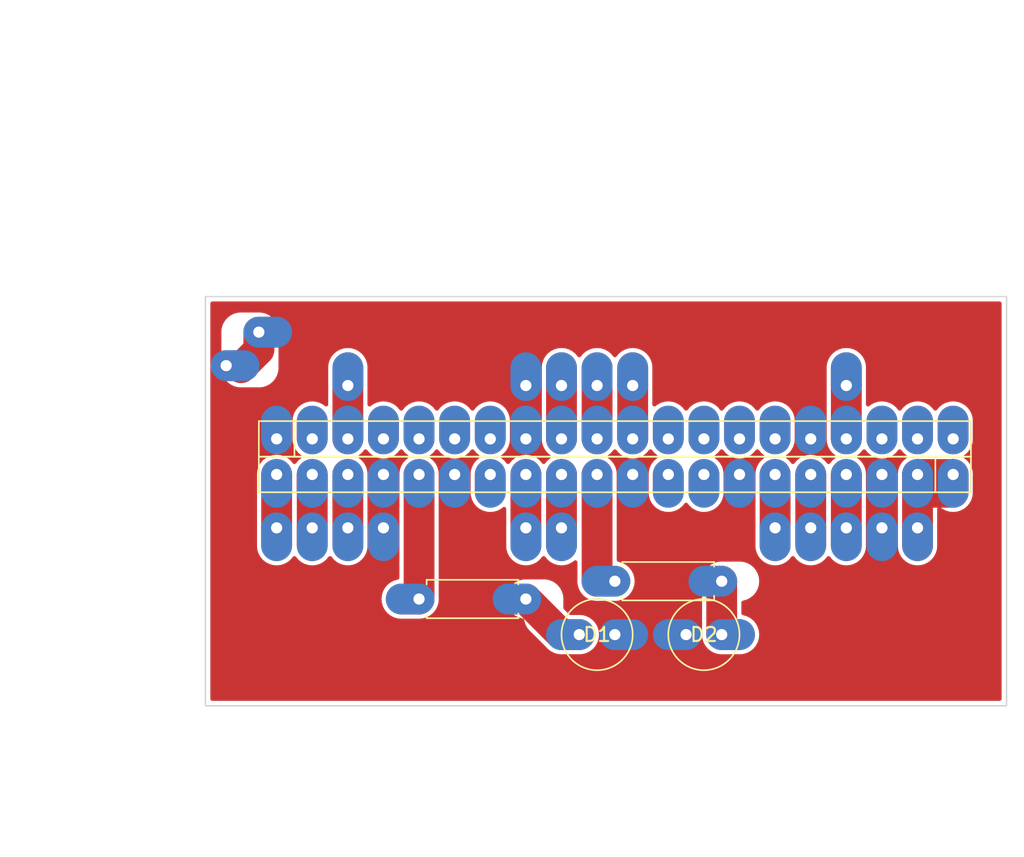
<source format=kicad_pcb>
(kicad_pcb (version 20171130) (host pcbnew "(5.1.6)-1")

  (general
    (thickness 1.6)
    (drawings 11)
    (tracks 25)
    (zones 0)
    (modules 25)
    (nets 36)
  )

  (page A4)
  (layers
    (0 F.Cu signal)
    (31 B.Cu signal)
    (32 B.Adhes user)
    (33 F.Adhes user)
    (34 B.Paste user)
    (35 F.Paste user)
    (36 B.SilkS user)
    (37 F.SilkS user)
    (38 B.Mask user hide)
    (39 F.Mask user)
    (40 Dwgs.User user)
    (41 Cmts.User user)
    (42 Eco1.User user)
    (43 Eco2.User user)
    (44 Edge.Cuts user)
    (45 Margin user)
    (46 B.CrtYd user)
    (47 F.CrtYd user)
    (48 B.Fab user)
    (49 F.Fab user)
  )

  (setup
    (last_trace_width 2.2)
    (user_trace_width 0.3)
    (user_trace_width 1)
    (user_trace_width 1.1)
    (user_trace_width 1.27)
    (user_trace_width 1.5)
    (user_trace_width 2.2)
    (trace_clearance 0.2)
    (zone_clearance 0.3)
    (zone_45_only no)
    (trace_min 0.2)
    (via_size 0.8)
    (via_drill 0.4)
    (via_min_size 0.4)
    (via_min_drill 0.3)
    (user_via 2.2 0.8)
    (uvia_size 0.3)
    (uvia_drill 0.1)
    (uvias_allowed no)
    (uvia_min_size 0.2)
    (uvia_min_drill 0.1)
    (edge_width 0.1)
    (segment_width 0.2)
    (pcb_text_width 0.3)
    (pcb_text_size 1.5 1.5)
    (mod_edge_width 0.15)
    (mod_text_size 1 1)
    (mod_text_width 0.15)
    (pad_size 3.47 2.2)
    (pad_drill 0.8)
    (pad_to_mask_clearance 0)
    (aux_axis_origin 0 0)
    (visible_elements FFFFFF7F)
    (pcbplotparams
      (layerselection 0x010fc_ffffffff)
      (usegerberextensions false)
      (usegerberattributes true)
      (usegerberadvancedattributes true)
      (creategerberjobfile true)
      (excludeedgelayer true)
      (linewidth 0.100000)
      (plotframeref false)
      (viasonmask false)
      (mode 1)
      (useauxorigin false)
      (hpglpennumber 1)
      (hpglpenspeed 20)
      (hpglpendiameter 15.000000)
      (psnegative false)
      (psa4output false)
      (plotreference true)
      (plotvalue true)
      (plotinvisibletext false)
      (padsonsilk false)
      (subtractmaskfromsilk false)
      (outputformat 1)
      (mirror false)
      (drillshape 1)
      (scaleselection 1)
      (outputdirectory ""))
  )

  (net 0 "")
  (net 1 RPI_I2S_TX_ACTIVE)
  (net 2 RPI_I2S_RX_ACTIVE)
  (net 3 GND)
  (net 4 RPI_RX)
  (net 5 RPI_TX)
  (net 6 RPI_RUN)
  (net 7 RPI_READY)
  (net 8 I2S_BCLK)
  (net 9 I2S_FCLK)
  (net 10 I2S_TX)
  (net 11 I2S_RX)
  (net 12 RPI_5V)
  (net 13 RPI_LED_CS)
  (net 14 RPI_TOUCH_CS)
  (net 15 RPI_CD)
  (net 16 RPI_MOSI)
  (net 17 RPI_MISO)
  (net 18 RPI_SCLK)
  (net 19 "Net-(J13-Pad2)")
  (net 20 "Net-(J13-Pad4)")
  (net 21 "Net-(J13-Pad5)")
  (net 22 "Net-(J13-Pad6)")
  (net 23 "Net-(J13-Pad7)")
  (net 24 "Net-(J13-Pad12)")
  (net 25 "Net-(J13-Pad13)")
  (net 26 "Net-(J13-Pad14)")
  (net 27 "Net-(J13-Pad15)")
  (net 28 "Net-(J13-Pad18)")
  (net 29 "Net-(J13-Pad19)")
  (net 30 "Net-(J13-Pad20)")
  (net 31 "Net-(J14-Pad14)")
  (net 32 "Net-(J14-Pad9)")
  (net 33 "Net-(J14-Pad8)")
  (net 34 "Net-(D1-Pad2)")
  (net 35 "Net-(D2-Pad2)")

  (net_class Default "This is the default net class."
    (clearance 0.2)
    (trace_width 0.25)
    (via_dia 0.8)
    (via_drill 0.4)
    (uvia_dia 0.3)
    (uvia_drill 0.1)
    (add_net GND)
    (add_net I2S_BCLK)
    (add_net I2S_FCLK)
    (add_net I2S_RX)
    (add_net I2S_TX)
    (add_net "Net-(D1-Pad2)")
    (add_net "Net-(D2-Pad2)")
    (add_net "Net-(J13-Pad12)")
    (add_net "Net-(J13-Pad13)")
    (add_net "Net-(J13-Pad14)")
    (add_net "Net-(J13-Pad15)")
    (add_net "Net-(J13-Pad18)")
    (add_net "Net-(J13-Pad19)")
    (add_net "Net-(J13-Pad2)")
    (add_net "Net-(J13-Pad20)")
    (add_net "Net-(J13-Pad4)")
    (add_net "Net-(J13-Pad5)")
    (add_net "Net-(J13-Pad6)")
    (add_net "Net-(J13-Pad7)")
    (add_net "Net-(J14-Pad14)")
    (add_net "Net-(J14-Pad8)")
    (add_net "Net-(J14-Pad9)")
    (add_net RPI_5V)
    (add_net RPI_CD)
    (add_net RPI_I2S_RX_ACTIVE)
    (add_net RPI_I2S_TX_ACTIVE)
    (add_net RPI_LED_CS)
    (add_net RPI_MISO)
    (add_net RPI_MOSI)
    (add_net RPI_READY)
    (add_net RPI_RUN)
    (add_net RPI_RX)
    (add_net RPI_SCLK)
    (add_net RPI_TOUCH_CS)
    (add_net RPI_TX)
  )

  (module 0_my_footprints2:Oval1Pin (layer F.Cu) (tedit 663FE1C6) (tstamp 664042AE)
    (at 38.1 41.91 90)
    (fp_text reference REF** (at 0 -1.905 90) (layer F.SilkS) hide
      (effects (font (size 1 1) (thickness 0.15)))
    )
    (fp_text value i_FCLK (at 12.7 0 90) (layer Margin)
      (effects (font (size 1 1) (thickness 0.15)) (justify right))
    )
    (pad 1 thru_hole oval (at 0 0) (size 2.2 3.47) (drill 0.8 (offset 0 -0.635)) (layers *.Cu *.Mask)
      (net 9 I2S_FCLK))
  )

  (module 0_my_footprints2:Oval1Pin (layer F.Cu) (tedit 663FDC8D) (tstamp 664042AE)
    (at 40.64 52.07 270)
    (fp_text reference REF** (at 0 -1.905 90) (layer F.SilkS) hide
      (effects (font (size 1 1) (thickness 0.15)))
    )
    (fp_text value i_GND (at 13.97 0 90) (layer Margin)
      (effects (font (size 1 1) (thickness 0.15)) (justify right))
    )
    (pad 1 thru_hole oval (at 0 0 180) (size 2.2 3.47) (drill 0.8 (offset 0 -0.635)) (layers *.Cu *.Mask)
      (net 3 GND))
  )

  (module 0_my_footprints2:Oval1Pin (layer F.Cu) (tedit 663FDC22) (tstamp 66404277)
    (at 73.66 41.91 90)
    (fp_text reference REF** (at 0 -1.905 90) (layer F.SilkS) hide
      (effects (font (size 1 1) (thickness 0.15)))
    )
    (fp_text value d_CD (at 7.62 0 90) (layer Eco2.User)
      (effects (font (size 1 1) (thickness 0.15)) (justify left))
    )
    (pad 1 thru_hole oval (at 0 0) (size 2.2 3.47) (drill 0.8 (offset 0 -0.635)) (layers *.Cu *.Mask)
      (net 15 RPI_CD))
  )

  (module 0_my_footprints2:Oval1Pin (layer F.Cu) (tedit 663FDB25) (tstamp 66404099)
    (at 50.8 41.91 90)
    (fp_text reference REF** (at 0 -1.905 90) (layer F.SilkS) hide
      (effects (font (size 1 1) (thickness 0.15)))
    )
    (fp_text value d_GND (at 7.62 0 90) (layer Eco2.User)
      (effects (font (size 1 1) (thickness 0.15)) (justify left))
    )
    (pad 1 thru_hole oval (at 0 0) (size 2.2 3.47) (drill 0.8 (offset 0 -0.635)) (layers *.Cu *.Mask)
      (net 3 GND))
  )

  (module 0_my_footprints2:Oval1Pin (layer F.Cu) (tedit 663FDAF7) (tstamp 66404099)
    (at 76.2 52.07 270)
    (fp_text reference REF** (at 0 -1.905 90) (layer F.SilkS) hide
      (effects (font (size 1 1) (thickness 0.15)))
    )
    (fp_text value c_GND (at 13.97 0 90) (layer Eco1.User)
      (effects (font (size 1 1) (thickness 0.15)) (justify right))
    )
    (pad 1 thru_hole oval (at 0 0 180) (size 2.2 3.47) (drill 0.8 (offset 0 -0.635)) (layers *.Cu *.Mask)
      (net 3 GND))
  )

  (module 0_my_footprints2:Oval1Pin (layer F.Cu) (tedit 663FD6B9) (tstamp 66404099)
    (at 68.58 52.07 270)
    (fp_text reference REF** (at 0 -1.905 90) (layer F.SilkS) hide
      (effects (font (size 1 1) (thickness 0.15)))
    )
    (fp_text value i_BCLK (at 13.97 0 90) (layer Margin)
      (effects (font (size 1 1) (thickness 0.15)) (justify right))
    )
    (pad 1 thru_hole oval (at 0 0 180) (size 2.2 3.47) (drill 0.8 (offset 0 -0.635)) (layers *.Cu *.Mask)
      (net 8 I2S_BCLK))
  )

  (module 0_my_footprints2:Oval1Pin (layer F.Cu) (tedit 663FDB92) (tstamp 66404099)
    (at 53.34 41.91 90)
    (fp_text reference REF** (at 0 -1.905 90) (layer F.SilkS) hide
      (effects (font (size 1 1) (thickness 0.15)))
    )
    (fp_text value d_SCLK (at 7.62 0 90) (layer Eco2.User)
      (effects (font (size 1 1) (thickness 0.15)) (justify left))
    )
    (pad 1 thru_hole oval (at 0 0) (size 2.2 3.47) (drill 0.8 (offset 0 -0.635)) (layers *.Cu *.Mask)
      (net 18 RPI_SCLK))
  )

  (module 0_my_footprints2:Oval1Pin (layer F.Cu) (tedit 663FDBEE) (tstamp 66404099)
    (at 58.42 41.91 90)
    (fp_text reference REF** (at 0 -1.905 90) (layer F.SilkS) hide
      (effects (font (size 1 1) (thickness 0.15)))
    )
    (fp_text value d_MOSI (at 7.62 0 90) (layer Eco2.User)
      (effects (font (size 1 1) (thickness 0.15)) (justify left))
    )
    (pad 1 thru_hole oval (at 0 0) (size 2.2 3.47) (drill 0.8 (offset 0 -0.635)) (layers *.Cu *.Mask)
      (net 16 RPI_MOSI))
  )

  (module 0_my_footprints2:Oval1Pin (layer F.Cu) (tedit 663FDBE3) (tstamp 66404099)
    (at 55.88 41.91 90)
    (fp_text reference REF** (at 0 -1.905 90) (layer F.SilkS) hide
      (effects (font (size 1 1) (thickness 0.15)))
    )
    (fp_text value d_MISO (at 7.62 0 90) (layer Eco2.User)
      (effects (font (size 1 1) (thickness 0.15)) (justify left))
    )
    (pad 1 thru_hole oval (at 0 0) (size 2.2 3.47) (drill 0.8 (offset 0 -0.635)) (layers *.Cu *.Mask)
      (net 17 RPI_MISO))
  )

  (module 0_my_footprints2:Oval1Pin (layer F.Cu) (tedit 663FD643) (tstamp 66404099)
    (at 31.75 38.1)
    (fp_text reference REF** (at 0 -1.905) (layer F.SilkS) hide
      (effects (font (size 1 1) (thickness 0.15)))
    )
    (fp_text value c_RUN (at 0 -6.35 90) (layer Eco1.User)
      (effects (font (size 1 1) (thickness 0.15)))
    )
    (pad 1 thru_hole oval (at 0 0 270) (size 2.2 3.47) (drill 0.8 (offset 0 -0.635)) (layers *.Cu *.Mask)
      (net 6 RPI_RUN))
  )

  (module 0_my_footprints2:Oval1Pin (layer F.Cu) (tedit 663FD5CC) (tstamp 66404099)
    (at 78.74 52.07 270)
    (fp_text reference REF** (at 0 -1.905 90) (layer F.SilkS) hide
      (effects (font (size 1 1) (thickness 0.15)))
    )
    (fp_text value d_5V (at 13.97 0 90) (layer Eco2.User)
      (effects (font (size 1 1) (thickness 0.15)) (justify right))
    )
    (pad 1 thru_hole oval (at 0 0 180) (size 2.2 3.47) (drill 0.8 (offset 0 -0.635)) (layers *.Cu *.Mask)
      (net 12 RPI_5V))
  )

  (module 0_my_footprints2:Oval1Pin (layer F.Cu) (tedit 663FD594) (tstamp 66404099)
    (at 73.66 52.07 270)
    (fp_text reference REF** (at 0 -1.905 90) (layer F.SilkS) hide
      (effects (font (size 1 1) (thickness 0.15)))
    )
    (fp_text value c_TX (at 13.97 0 90) (layer Eco1.User)
      (effects (font (size 1 1) (thickness 0.15)) (justify right))
    )
    (pad 1 thru_hole oval (at 0 0 180) (size 2.2 3.47) (drill 0.8 (offset 0 -0.635)) (layers *.Cu *.Mask)
      (net 5 RPI_TX))
  )

  (module 0_my_footprints2:Oval1Pin (layer F.Cu) (tedit 663FD564) (tstamp 66404071)
    (at 71.12 52.07 270)
    (fp_text reference REF** (at 0 -1.905 90) (layer F.SilkS) hide
      (effects (font (size 1 1) (thickness 0.15)))
    )
    (fp_text value c_RX (at 13.97 0 90) (layer Eco1.User)
      (effects (font (size 1 1) (thickness 0.15)) (justify right))
    )
    (pad 1 thru_hole oval (at 0 0 180) (size 2.2 3.47) (drill 0.8 (offset 0 -0.635)) (layers *.Cu *.Mask)
      (net 4 RPI_RX))
  )

  (module 0_my_footprints2:Oval1Pin (layer F.Cu) (tedit 663FD5EC) (tstamp 66404042)
    (at 53.34 52.07 270)
    (fp_text reference REF** (at 0 -1.905 90) (layer F.SilkS) hide
      (effects (font (size 1 1) (thickness 0.15)))
    )
    (fp_text value d_LED_CS (at 13.97 0 90) (layer Eco2.User)
      (effects (font (size 1 1) (thickness 0.15)) (justify right))
    )
    (pad 1 thru_hole oval (at 0 0 180) (size 2.2 3.47) (drill 0.8 (offset 0 -0.635)) (layers *.Cu *.Mask)
      (net 13 RPI_LED_CS))
  )

  (module 0_my_footprints2:Oval1Pin (layer F.Cu) (tedit 663FD4A5) (tstamp 66403F79)
    (at 50.8 52.07 270)
    (fp_text reference REF** (at 0 -1.905 90) (layer F.SilkS) hide
      (effects (font (size 1 1) (thickness 0.15)))
    )
    (fp_text value d_TOUCH_CS (at 13.97 0 90) (layer Eco2.User)
      (effects (font (size 1 1) (thickness 0.15)) (justify right))
    )
    (pad 1 thru_hole oval (at 0 0 180) (size 2.2 3.47) (drill 0.8 (offset 0 -0.635)) (layers *.Cu *.Mask)
      (net 14 RPI_TOUCH_CS))
  )

  (module 0_my_footprints2:Oval1Pin (layer F.Cu) (tedit 663FD40A) (tstamp 66403EC2)
    (at 38.1 52.07 270)
    (fp_text reference REF** (at 0 -1.905 90) (layer F.SilkS) hide
      (effects (font (size 1 1) (thickness 0.15)))
    )
    (fp_text value c_READY (at 13.97 0 90) (layer Eco1.User)
      (effects (font (size 1 1) (thickness 0.15)) (justify right))
    )
    (pad 1 thru_hole oval (at 0 0 180) (size 2.2 3.47) (drill 0.8 (offset 0 -0.635)) (layers *.Cu *.Mask)
      (net 7 RPI_READY))
  )

  (module 0_my_footprints2:Oval1Pin (layer F.Cu) (tedit 663FD3D2) (tstamp 66403EC2)
    (at 35.56 52.07 270)
    (fp_text reference REF** (at 0 -1.905 90) (layer F.SilkS) hide
      (effects (font (size 1 1) (thickness 0.15)))
    )
    (fp_text value i_RX (at 13.97 0 90) (layer Margin)
      (effects (font (size 1 1) (thickness 0.15)) (justify right))
    )
    (pad 1 thru_hole oval (at 0 0 180) (size 2.2 3.47) (drill 0.8 (offset 0 -0.635)) (layers *.Cu *.Mask)
      (net 11 I2S_RX))
  )

  (module 0_my_footprints2:Oval1Pin (layer F.Cu) (tedit 663FD39A) (tstamp 66403E8C)
    (at 33.02 52.07 270)
    (fp_text reference REF** (at 0 -1.905 90) (layer F.SilkS) hide
      (effects (font (size 1 1) (thickness 0.15)))
    )
    (fp_text value i_TX (at 13.97 0 90) (layer Margin)
      (effects (font (size 1 1) (thickness 0.15)) (justify right))
    )
    (pad 1 thru_hole oval (at 0 0 180) (size 2.2 3.47) (drill 0.8 (offset 0 -0.635)) (layers *.Cu *.Mask)
      (net 10 I2S_TX))
  )

  (module 0_my_footprints2:led_yellow (layer F.Cu) (tedit 663A8198) (tstamp 663FE6B0)
    (at 57.15 59.69 180)
    (descr "led with bigger pads")
    (path /6647603F)
    (fp_text reference D1 (at 1.27 0) (layer F.SilkS)
      (effects (font (size 1 1) (thickness 0.15)))
    )
    (fp_text value yellow (at 1.27 -1.27) (layer F.Fab)
      (effects (font (size 1 1) (thickness 0.15)))
    )
    (fp_circle (center 1.27 0) (end 1.27 -2.54) (layer F.SilkS) (width 0.12))
    (pad 2 thru_hole oval (at 2.54 0 180) (size 3.47 2.2) (drill 0.8 (offset 0.635 0)) (layers *.Cu *.Mask)
      (net 34 "Net-(D1-Pad2)"))
    (pad 1 thru_hole oval (at 0 0 180) (size 3.47 2.2) (drill 0.8 (offset -0.635 0)) (layers *.Cu *.Mask)
      (net 3 GND))
    (model C:/src/kiCad/libraries/my_3d_files/led_yellow.step
      (at (xyz 0 0 0))
      (scale (xyz 1 1 1))
      (rotate (xyz 0 0 0))
    )
  )

  (module 0_my_footprints2:led_yellow (layer F.Cu) (tedit 663A8198) (tstamp 663FE6B7)
    (at 62.23 59.69)
    (descr "led with bigger pads")
    (path /66485268)
    (fp_text reference D2 (at 1.27 0) (layer F.SilkS)
      (effects (font (size 1 1) (thickness 0.15)))
    )
    (fp_text value yellow (at 1.27 2.54) (layer F.Fab)
      (effects (font (size 1 1) (thickness 0.15)))
    )
    (fp_circle (center 1.27 0) (end 1.27 -2.54) (layer F.SilkS) (width 0.12))
    (pad 1 thru_hole oval (at 0 0) (size 3.47 2.2) (drill 0.8 (offset -0.635 0)) (layers *.Cu *.Mask)
      (net 3 GND))
    (pad 2 thru_hole oval (at 2.54 0) (size 3.47 2.2) (drill 0.8 (offset 0.635 0)) (layers *.Cu *.Mask)
      (net 35 "Net-(D2-Pad2)"))
    (model C:/src/kiCad/libraries/my_3d_files/led_yellow.step
      (at (xyz 0 0 0))
      (scale (xyz 1 1 1))
      (rotate (xyz 0 0 0))
    )
  )

  (module 0_my_footprints2:Oval1Pin (layer F.Cu) (tedit 663655BA) (tstamp 663FE710)
    (at 29.42 40.49)
    (path /66503904)
    (fp_text reference J12 (at 0 -1.905) (layer F.SilkS) hide
      (effects (font (size 1 1) (thickness 0.15)))
    )
    (fp_text value RPI_RUN (at -7.62 0) (layer F.Fab)
      (effects (font (size 1 1) (thickness 0.15)))
    )
    (pad 1 thru_hole oval (at 0 0 270) (size 2.2 3.47) (drill 0.8 (offset 0 -0.635)) (layers *.Cu *.Mask)
      (net 6 RPI_RUN))
  )

  (module 0_my_footprints2:resistor (layer F.Cu) (tedit 663FEAC0) (tstamp 663FE761)
    (at 50.8 57.15 180)
    (descr "resistor with bigger pads")
    (path /66478725)
    (fp_text reference R1 (at 3.81 -2.37) (layer F.SilkS) hide
      (effects (font (size 1 1) (thickness 0.15)))
    )
    (fp_text value 220 (at 3.81 0) (layer F.Fab)
      (effects (font (size 1 1) (thickness 0.15)))
    )
    (fp_text user %R (at 3.81 0) (layer F.Fab) hide
      (effects (font (size 1 1) (thickness 0.15)))
    )
    (fp_line (start 8.67 -1.5) (end -1.05 -1.5) (layer F.CrtYd) (width 0.05))
    (fp_line (start 8.67 1.5) (end 8.67 -1.5) (layer F.CrtYd) (width 0.05))
    (fp_line (start -1.05 1.5) (end 8.67 1.5) (layer F.CrtYd) (width 0.05))
    (fp_line (start -1.05 -1.5) (end -1.05 1.5) (layer F.CrtYd) (width 0.05))
    (fp_line (start 7.08 1.37) (end 7.08 1.04) (layer F.SilkS) (width 0.12))
    (fp_line (start 0.54 1.37) (end 7.08 1.37) (layer F.SilkS) (width 0.12))
    (fp_line (start 0.54 1.04) (end 0.54 1.37) (layer F.SilkS) (width 0.12))
    (fp_line (start 7.08 -1.37) (end 7.08 -1.04) (layer F.SilkS) (width 0.12))
    (fp_line (start 0.54 -1.37) (end 7.08 -1.37) (layer F.SilkS) (width 0.12))
    (fp_line (start 0.54 -1.04) (end 0.54 -1.37) (layer F.SilkS) (width 0.12))
    (fp_line (start 7.62 0) (end 6.96 0) (layer F.Fab) (width 0.1))
    (fp_line (start 0 0) (end 0.66 0) (layer F.Fab) (width 0.1))
    (fp_line (start 6.96 -1.25) (end 0.66 -1.25) (layer F.Fab) (width 0.1))
    (fp_line (start 6.96 1.25) (end 6.96 -1.25) (layer F.Fab) (width 0.1))
    (fp_line (start 0.66 1.25) (end 6.96 1.25) (layer F.Fab) (width 0.1))
    (fp_line (start 0.66 -1.25) (end 0.66 1.25) (layer F.Fab) (width 0.1))
    (pad 2 thru_hole oval (at 7.62 0 180) (size 3.47 2.2) (drill 0.8 (offset 0.635 0)) (layers *.Cu *.Mask)
      (net 1 RPI_I2S_TX_ACTIVE))
    (pad 1 thru_hole oval (at 0 0 180) (size 3.47 2.2) (drill 0.8 (offset 0.635 0)) (layers *.Cu *.Mask)
      (net 34 "Net-(D1-Pad2)"))
    (model ${KISYS3DMOD}/Resistor_THT.3dshapes/R_Axial_DIN0207_L6.3mm_D2.5mm_P7.62mm_Horizontal.wrl
      (at (xyz 0 0 0))
      (scale (xyz 1 1 1))
      (rotate (xyz 0 0 0))
    )
  )

  (module 0_my_footprints2:resistor (layer F.Cu) (tedit 663FEAA0) (tstamp 663FE778)
    (at 64.77 55.88 180)
    (descr "resistor with bigger pads")
    (path /6648526E)
    (fp_text reference R2 (at 3.81 -2.37) (layer F.SilkS) hide
      (effects (font (size 1 1) (thickness 0.15)))
    )
    (fp_text value 220 (at 3.81 0) (layer F.Fab)
      (effects (font (size 1 1) (thickness 0.15)))
    )
    (fp_line (start 0.66 -1.25) (end 0.66 1.25) (layer F.Fab) (width 0.1))
    (fp_line (start 0.66 1.25) (end 6.96 1.25) (layer F.Fab) (width 0.1))
    (fp_line (start 6.96 1.25) (end 6.96 -1.25) (layer F.Fab) (width 0.1))
    (fp_line (start 6.96 -1.25) (end 0.66 -1.25) (layer F.Fab) (width 0.1))
    (fp_line (start 0 0) (end 0.66 0) (layer F.Fab) (width 0.1))
    (fp_line (start 7.62 0) (end 6.96 0) (layer F.Fab) (width 0.1))
    (fp_line (start 0.54 -1.04) (end 0.54 -1.37) (layer F.SilkS) (width 0.12))
    (fp_line (start 0.54 -1.37) (end 7.08 -1.37) (layer F.SilkS) (width 0.12))
    (fp_line (start 7.08 -1.37) (end 7.08 -1.04) (layer F.SilkS) (width 0.12))
    (fp_line (start 0.54 1.04) (end 0.54 1.37) (layer F.SilkS) (width 0.12))
    (fp_line (start 0.54 1.37) (end 7.08 1.37) (layer F.SilkS) (width 0.12))
    (fp_line (start 7.08 1.37) (end 7.08 1.04) (layer F.SilkS) (width 0.12))
    (fp_line (start -1.05 -1.5) (end -1.05 1.5) (layer F.CrtYd) (width 0.05))
    (fp_line (start -1.05 1.5) (end 8.67 1.5) (layer F.CrtYd) (width 0.05))
    (fp_line (start 8.67 1.5) (end 8.67 -1.5) (layer F.CrtYd) (width 0.05))
    (fp_line (start 8.67 -1.5) (end -1.05 -1.5) (layer F.CrtYd) (width 0.05))
    (fp_text user %R (at 3.81 0) (layer F.Fab) hide
      (effects (font (size 1 1) (thickness 0.15)))
    )
    (pad 1 thru_hole oval (at 0 0 180) (size 3.47 2.2) (drill 0.8 (offset 0.635 0)) (layers *.Cu *.Mask)
      (net 35 "Net-(D2-Pad2)"))
    (pad 2 thru_hole oval (at 7.62 0 180) (size 3.47 2.2) (drill 0.8 (offset 0.635 0)) (layers *.Cu *.Mask)
      (net 2 RPI_I2S_RX_ACTIVE))
    (model ${KISYS3DMOD}/Resistor_THT.3dshapes/R_Axial_DIN0207_L6.3mm_D2.5mm_P7.62mm_Horizontal.wrl
      (at (xyz 0 0 0))
      (scale (xyz 1 1 1))
      (rotate (xyz 0 0 0))
    )
  )

  (module 0_my_footprints2:pinSocket1x20_bottom (layer F.Cu) (tedit 663FCC15) (tstamp 664039FD)
    (at 33.02 45.72)
    (descr "bottom pinSocket with bigger pads")
    (path /66525118)
    (fp_text reference J13 (at 34.29 -6.35) (layer F.SilkS) hide
      (effects (font (size 1 1) (thickness 0.15)))
    )
    (fp_text value rpiB (at 53.34 0 180) (layer F.Fab) hide
      (effects (font (size 1 1) (thickness 0.15)))
    )
    (fp_line (start 1.27 -1.27) (end 1.27 1.27) (layer F.SilkS) (width 0.12))
    (fp_line (start -1.27 -1.27) (end -1.27 1.27) (layer F.SilkS) (width 0.12))
    (fp_line (start 49.53 -1.27) (end -1.27 -1.27) (layer F.SilkS) (width 0.12))
    (fp_line (start 49.53 1.27) (end 49.53 -1.27) (layer F.SilkS) (width 0.12))
    (fp_line (start -1.27 1.27) (end 49.53 1.27) (layer F.SilkS) (width 0.12))
    (pad 1 thru_hole oval (at 0 0) (size 2.2 3.47) (drill 0.8 (offset 0 -0.635)) (layers *.Cu *.Mask)
      (net 3 GND))
    (pad 2 thru_hole oval (at 2.54 0) (size 2.2 3.47) (drill 0.8 (offset 0 -0.635)) (layers *.Cu *.Mask)
      (net 19 "Net-(J13-Pad2)"))
    (pad 3 thru_hole oval (at 5.08 0) (size 2.2 3.47) (drill 0.8 (offset 0 -0.635)) (layers *.Cu *.Mask)
      (net 9 I2S_FCLK))
    (pad 4 thru_hole oval (at 7.62 0) (size 2.2 3.47) (drill 0.8 (offset 0 -0.635)) (layers *.Cu *.Mask)
      (net 20 "Net-(J13-Pad4)"))
    (pad 5 thru_hole oval (at 10.16 0) (size 2.2 3.47) (drill 0.8 (offset 0 -0.635)) (layers *.Cu *.Mask)
      (net 21 "Net-(J13-Pad5)"))
    (pad 6 thru_hole oval (at 12.7 0) (size 2.2 3.47) (drill 0.8 (offset 0 -0.635)) (layers *.Cu *.Mask)
      (net 22 "Net-(J13-Pad6)"))
    (pad 7 thru_hole oval (at 15.24 0) (size 2.2 3.47) (drill 0.8 (offset 0 -0.635)) (layers *.Cu *.Mask)
      (net 23 "Net-(J13-Pad7)"))
    (pad 8 thru_hole oval (at 17.78 0) (size 2.2 3.47) (drill 0.8 (offset 0 -0.635)) (layers *.Cu *.Mask)
      (net 3 GND))
    (pad 9 thru_hole oval (at 20.32 0) (size 2.2 3.47) (drill 0.8 (offset 0 -0.635)) (layers *.Cu *.Mask)
      (net 18 RPI_SCLK))
    (pad 10 thru_hole oval (at 22.86 0) (size 2.2 3.47) (drill 0.8 (offset 0 -0.635)) (layers *.Cu *.Mask)
      (net 17 RPI_MISO))
    (pad 11 thru_hole oval (at 25.4 0) (size 2.2 3.47) (drill 0.8 (offset 0 -0.635)) (layers *.Cu *.Mask)
      (net 16 RPI_MOSI))
    (pad 12 thru_hole oval (at 27.94 0) (size 2.2 3.47) (drill 0.8 (offset 0 -0.635)) (layers *.Cu *.Mask)
      (net 24 "Net-(J13-Pad12)"))
    (pad 13 thru_hole oval (at 30.48 0) (size 2.2 3.47) (drill 0.8 (offset 0 -0.635)) (layers *.Cu *.Mask)
      (net 25 "Net-(J13-Pad13)"))
    (pad 14 thru_hole oval (at 33.02 0) (size 2.2 3.47) (drill 0.8 (offset 0 -0.635)) (layers *.Cu *.Mask)
      (net 26 "Net-(J13-Pad14)"))
    (pad 15 thru_hole oval (at 35.56 0) (size 2.2 3.47) (drill 0.8 (offset 0 -0.635)) (layers *.Cu *.Mask)
      (net 27 "Net-(J13-Pad15)"))
    (pad 16 thru_hole oval (at 38.1 0) (size 2.2 3.47) (drill 0.8 (offset 0 -0.635)) (layers *.Cu *.Mask)
      (net 3 GND))
    (pad 17 thru_hole oval (at 40.64 0) (size 2.2 3.47) (drill 0.8 (offset 0 -0.635)) (layers *.Cu *.Mask)
      (net 15 RPI_CD))
    (pad 18 thru_hole oval (at 43.18 0) (size 2.2 3.47) (drill 0.8 (offset 0 -0.635)) (layers *.Cu *.Mask)
      (net 28 "Net-(J13-Pad18)"))
    (pad 19 thru_hole oval (at 45.72 0) (size 2.2 3.47) (drill 0.8 (offset 0 -0.635)) (layers *.Cu *.Mask)
      (net 29 "Net-(J13-Pad19)"))
    (pad 20 thru_hole oval (at 48.26 0) (size 2.2 3.47) (drill 0.8 (offset 0 -0.635)) (layers *.Cu *.Mask)
      (net 30 "Net-(J13-Pad20)"))
    (model C:/src/kiCad/libraries/my_3d_files/pinSockets/myPinSocket_1x20.step
      (offset (xyz 0 0 -1.6))
      (scale (xyz 1 1 1))
      (rotate (xyz 0 180 -90))
    )
  )

  (module 0_my_footprints2:pinSocket1x20_bottom (layer F.Cu) (tedit 663FCC15) (tstamp 66403A19)
    (at 81.28 48.26 180)
    (descr "bottom pinSocket with bigger pads")
    (path /66521D2F)
    (fp_text reference J14 (at -5.08 0) (layer F.SilkS) hide
      (effects (font (size 1 1) (thickness 0.15)))
    )
    (fp_text value rpiA (at -5.08 -1.27 180) (layer F.Fab) hide
      (effects (font (size 1 1) (thickness 0.15)))
    )
    (fp_line (start -1.27 1.27) (end 49.53 1.27) (layer F.SilkS) (width 0.12))
    (fp_line (start 49.53 1.27) (end 49.53 -1.27) (layer F.SilkS) (width 0.12))
    (fp_line (start 49.53 -1.27) (end -1.27 -1.27) (layer F.SilkS) (width 0.12))
    (fp_line (start -1.27 -1.27) (end -1.27 1.27) (layer F.SilkS) (width 0.12))
    (fp_line (start 1.27 -1.27) (end 1.27 1.27) (layer F.SilkS) (width 0.12))
    (pad 20 thru_hole oval (at 48.26 0 180) (size 2.2 3.47) (drill 0.8 (offset 0 -0.635)) (layers *.Cu *.Mask)
      (net 10 I2S_TX))
    (pad 19 thru_hole oval (at 45.72 0 180) (size 2.2 3.47) (drill 0.8 (offset 0 -0.635)) (layers *.Cu *.Mask)
      (net 11 I2S_RX))
    (pad 18 thru_hole oval (at 43.18 0 180) (size 2.2 3.47) (drill 0.8 (offset 0 -0.635)) (layers *.Cu *.Mask)
      (net 7 RPI_READY))
    (pad 17 thru_hole oval (at 40.64 0 180) (size 2.2 3.47) (drill 0.8 (offset 0 -0.635)) (layers *.Cu *.Mask)
      (net 3 GND))
    (pad 16 thru_hole oval (at 38.1 0 180) (size 2.2 3.47) (drill 0.8 (offset 0 -0.635)) (layers *.Cu *.Mask)
      (net 1 RPI_I2S_TX_ACTIVE))
    (pad 15 thru_hole oval (at 35.56 0 180) (size 2.2 3.47) (drill 0.8 (offset 0 -0.635)) (layers *.Cu *.Mask)
      (net 3 GND))
    (pad 14 thru_hole oval (at 33.02 0 180) (size 2.2 3.47) (drill 0.8 (offset 0 -0.635)) (layers *.Cu *.Mask)
      (net 31 "Net-(J14-Pad14)"))
    (pad 13 thru_hole oval (at 30.48 0 180) (size 2.2 3.47) (drill 0.8 (offset 0 -0.635)) (layers *.Cu *.Mask)
      (net 14 RPI_TOUCH_CS))
    (pad 12 thru_hole oval (at 27.94 0 180) (size 2.2 3.47) (drill 0.8 (offset 0 -0.635)) (layers *.Cu *.Mask)
      (net 13 RPI_LED_CS))
    (pad 11 thru_hole oval (at 25.4 0 180) (size 2.2 3.47) (drill 0.8 (offset 0 -0.635)) (layers *.Cu *.Mask)
      (net 2 RPI_I2S_RX_ACTIVE))
    (pad 10 thru_hole oval (at 22.86 0 180) (size 2.2 3.47) (drill 0.8 (offset 0 -0.635)) (layers *.Cu *.Mask)
      (net 3 GND))
    (pad 9 thru_hole oval (at 20.32 0 180) (size 2.2 3.47) (drill 0.8 (offset 0 -0.635)) (layers *.Cu *.Mask)
      (net 32 "Net-(J14-Pad9)"))
    (pad 8 thru_hole oval (at 17.78 0 180) (size 2.2 3.47) (drill 0.8 (offset 0 -0.635)) (layers *.Cu *.Mask)
      (net 33 "Net-(J14-Pad8)"))
    (pad 7 thru_hole oval (at 15.24 0 180) (size 2.2 3.47) (drill 0.8 (offset 0 -0.635)) (layers *.Cu *.Mask)
      (net 3 GND))
    (pad 6 thru_hole oval (at 12.7 0 180) (size 2.2 3.47) (drill 0.8 (offset 0 -0.635)) (layers *.Cu *.Mask)
      (net 8 I2S_BCLK))
    (pad 5 thru_hole oval (at 10.16 0 180) (size 2.2 3.47) (drill 0.8 (offset 0 -0.635)) (layers *.Cu *.Mask)
      (net 4 RPI_RX))
    (pad 4 thru_hole oval (at 7.62 0 180) (size 2.2 3.47) (drill 0.8 (offset 0 -0.635)) (layers *.Cu *.Mask)
      (net 5 RPI_TX))
    (pad 3 thru_hole oval (at 5.08 0 180) (size 2.2 3.47) (drill 0.8 (offset 0 -0.635)) (layers *.Cu *.Mask)
      (net 3 GND))
    (pad 2 thru_hole oval (at 2.54 0 180) (size 2.2 3.47) (drill 0.8 (offset 0 -0.635)) (layers *.Cu *.Mask)
      (net 12 RPI_5V))
    (pad 1 thru_hole oval (at 0 0 180) (size 2.2 3.47) (drill 0.8 (offset 0 -0.635)) (layers *.Cu *.Mask)
      (net 12 RPI_5V))
    (model C:/src/kiCad/libraries/my_3d_files/pinSockets/myPinSocket_1x20.step
      (offset (xyz 0 0 -1.6))
      (scale (xyz 1 1 1))
      (rotate (xyz 0 180 -90))
    )
  )

  (gr_line (start 28.15 40.49) (end 29.42 40.49) (layer Cmts.User) (width 0.15))
  (gr_line (start 28.15 46.99) (end 28.15 40.49) (layer Cmts.User) (width 0.15))
  (gr_line (start 57.15 46.99) (end 28.15 46.99) (layer Cmts.User) (width 0.15))
  (gr_text "The run pin is X.XX mm above the ground pin, and X.XX mm to the right." (at 41.91 24.13) (layer Dwgs.User)
    (effects (font (size 1 1) (thickness 0.15)))
  )
  (gr_text "In X direction, the run pin is the 1.27mm from hole center, towards the header" (at 46.99 20.32) (layer Dwgs.User)
    (effects (font (size 1 1) (thickness 0.15)))
  )
  (gr_text "It is 56-47-3.5 mm from the center to the center of the run pin in Y direction" (at 46.99 17.78) (layer Dwgs.User)
    (effects (font (size 1 1) (thickness 0.15)))
  )
  (gr_text "The header is centered between the holes which are 58mm apart 3.5mm from the edge." (at 49.53 15.24) (layer Dwgs.User)
    (effects (font (size 1 1) (thickness 0.15)))
  )
  (gr_line (start 27.94 35.56) (end 85.09 35.56) (layer Edge.Cuts) (width 0.1) (tstamp 664042D1))
  (gr_line (start 27.94 64.77) (end 27.94 35.56) (layer Edge.Cuts) (width 0.1))
  (gr_line (start 85.09 64.77) (end 27.94 64.77) (layer Edge.Cuts) (width 0.1))
  (gr_line (start 85.09 35.56) (end 85.09 64.77) (layer Edge.Cuts) (width 0.1))

  (segment (start 43.18 48.26) (end 43.18 57.15) (width 2.2) (layer F.Cu) (net 1))
  (segment (start 55.88 48.26) (end 55.88 55.88) (width 2.2) (layer F.Cu) (net 2))
  (segment (start 76.2 48.26) (end 76.2 52.07) (width 2.2) (layer F.Cu) (net 3))
  (segment (start 71.12 48.26) (end 71.12 52.07) (width 2.2) (layer F.Cu) (net 4))
  (segment (start 73.66 48.26) (end 73.66 52.07) (width 2.2) (layer F.Cu) (net 5))
  (segment (start 31.75 38.1) (end 31.75 39.37) (width 2.2) (layer F.Cu) (net 6))
  (segment (start 31.75 39.37) (end 30.48 40.64) (width 2.2) (layer F.Cu) (net 6))
  (segment (start 38.1 48.26) (end 38.1 52.07) (width 2.2) (layer F.Cu) (net 7))
  (segment (start 68.58 48.26) (end 68.58 52.07) (width 2.2) (layer F.Cu) (net 8))
  (segment (start 38.1 41.91) (end 38.1 45.72) (width 2.2) (layer F.Cu) (net 9))
  (segment (start 33.02 48.26) (end 33.02 52.07) (width 2.2) (layer F.Cu) (net 10))
  (segment (start 35.56 48.26) (end 35.56 52.07) (width 2.2) (layer F.Cu) (net 11))
  (segment (start 78.74 48.26) (end 78.74 52.07) (width 2.2) (layer F.Cu) (net 12))
  (segment (start 78.74 48.26) (end 81.28 48.26) (width 2.2) (layer F.Cu) (net 12))
  (segment (start 81.28 48.26) (end 81.28 49.53) (width 2.2) (layer F.Cu) (net 12))
  (segment (start 81.28 49.53) (end 78.74 49.53) (width 2.2) (layer F.Cu) (net 12))
  (segment (start 53.34 48.26) (end 53.34 52.07) (width 2.2) (layer F.Cu) (net 13))
  (segment (start 50.8 48.26) (end 50.8 52.07) (width 2.2) (layer F.Cu) (net 14))
  (segment (start 73.66 41.91) (end 73.66 45.72) (width 2.2) (layer F.Cu) (net 15))
  (segment (start 58.42 41.91) (end 58.42 45.72) (width 2.2) (layer F.Cu) (net 16))
  (segment (start 55.88 41.91) (end 55.88 45.72) (width 2.2) (layer F.Cu) (net 17))
  (segment (start 53.34 41.91) (end 53.34 45.72) (width 2.2) (layer F.Cu) (net 18))
  (segment (start 54.61 59.69) (end 53.34 59.69) (width 2.2) (layer F.Cu) (net 34))
  (segment (start 53.34 59.69) (end 50.8 57.15) (width 2.2) (layer F.Cu) (net 34))
  (segment (start 64.77 55.88) (end 64.77 59.69) (width 2.2) (layer F.Cu) (net 35))

  (zone (net 3) (net_name GND) (layer F.Cu) (tstamp 0) (hatch edge 0.508)
    (connect_pads yes (clearance 0.3))
    (min_thickness 0.3)
    (fill yes (arc_segments 32) (thermal_gap 0.508) (thermal_bridge_width 0.508))
    (polygon
      (pts
        (xy 86.36 66.04) (xy 26.67 66.04) (xy 26.67 34.29) (xy 86.36 34.29)
      )
    )
    (filled_polygon
      (pts
        (xy 84.590001 64.27) (xy 28.44 64.27) (xy 28.44 48.183863) (xy 31.47 48.183863) (xy 31.470001 51.993852)
        (xy 31.47 51.993862) (xy 31.47 53.416137) (xy 31.492428 53.643852) (xy 31.581059 53.936028) (xy 31.724987 54.205299)
        (xy 31.918682 54.441318) (xy 32.1547 54.635013) (xy 32.423971 54.778941) (xy 32.716147 54.867572) (xy 33.02 54.897499)
        (xy 33.323852 54.867572) (xy 33.616028 54.778941) (xy 33.885299 54.635013) (xy 34.121318 54.441318) (xy 34.29 54.235778)
        (xy 34.458682 54.441318) (xy 34.6947 54.635013) (xy 34.963971 54.778941) (xy 35.256147 54.867572) (xy 35.56 54.897499)
        (xy 35.863852 54.867572) (xy 36.156028 54.778941) (xy 36.425299 54.635013) (xy 36.661318 54.441318) (xy 36.83 54.235778)
        (xy 36.998682 54.441318) (xy 37.2347 54.635013) (xy 37.503971 54.778941) (xy 37.796147 54.867572) (xy 38.1 54.897499)
        (xy 38.403852 54.867572) (xy 38.696028 54.778941) (xy 38.965299 54.635013) (xy 39.201318 54.441318) (xy 39.395013 54.2053)
        (xy 39.538941 53.936029) (xy 39.627572 53.643853) (xy 39.65 53.416138) (xy 39.65 48.183862) (xy 39.627572 47.956147)
        (xy 39.538941 47.663971) (xy 39.395013 47.3947) (xy 39.201318 47.158682) (xy 38.995778 46.99) (xy 39.201318 46.821318)
        (xy 39.370001 46.615778) (xy 39.538683 46.821318) (xy 39.774701 47.015013) (xy 40.043972 47.158941) (xy 40.336148 47.247572)
        (xy 40.64 47.277499) (xy 40.943853 47.247572) (xy 41.236029 47.158941) (xy 41.5053 47.015013) (xy 41.741318 46.821318)
        (xy 41.910001 46.615778) (xy 42.078683 46.821318) (xy 42.284222 46.99) (xy 42.078682 47.158682) (xy 41.981172 47.277499)
        (xy 41.884988 47.3947) (xy 41.741059 47.663971) (xy 41.741059 47.663972) (xy 41.652428 47.956148) (xy 41.63 48.183863)
        (xy 41.630001 55.620079) (xy 41.606147 55.622428) (xy 41.313971 55.711059) (xy 41.0447 55.854987) (xy 40.808682 56.048682)
        (xy 40.614987 56.2847) (xy 40.471059 56.553971) (xy 40.382428 56.846147) (xy 40.352501 57.15) (xy 40.382428 57.453853)
        (xy 40.471059 57.746029) (xy 40.614987 58.0153) (xy 40.808682 58.251318) (xy 41.0447 58.445013) (xy 41.313971 58.588941)
        (xy 41.606147 58.677572) (xy 41.833862 58.7) (xy 43.103862 58.7) (xy 43.18 58.707499) (xy 43.256138 58.7)
        (xy 43.483853 58.677572) (xy 43.776029 58.588941) (xy 44.0453 58.445013) (xy 44.281318 58.251318) (xy 44.475013 58.0153)
        (xy 44.618941 57.746029) (xy 44.707572 57.453853) (xy 44.737499 57.15) (xy 49.242501 57.15) (xy 49.272428 57.453853)
        (xy 49.361059 57.746029) (xy 49.504987 58.0153) (xy 49.698682 58.251318) (xy 49.9347 58.445013) (xy 50.203971 58.588941)
        (xy 50.496147 58.677572) (xy 50.538278 58.681722) (xy 50.542428 58.723853) (xy 50.631059 59.016029) (xy 50.67272 59.093971)
        (xy 50.774987 59.2853) (xy 50.920147 59.462177) (xy 50.968683 59.521318) (xy 51.027822 59.569852) (xy 52.190147 60.732178)
        (xy 52.238682 60.791318) (xy 52.4747 60.985013) (xy 52.743971 61.128941) (xy 53.036147 61.217572) (xy 53.263862 61.24)
        (xy 53.263871 61.24) (xy 53.339999 61.247498) (xy 53.416127 61.24) (xy 54.686138 61.24) (xy 54.913853 61.217572)
        (xy 55.206029 61.128941) (xy 55.4753 60.985013) (xy 55.711318 60.791318) (xy 55.905013 60.5553) (xy 56.048941 60.286029)
        (xy 56.137572 59.993853) (xy 56.167499 59.69) (xy 56.137572 59.386147) (xy 56.048941 59.093971) (xy 55.905013 58.8247)
        (xy 55.711318 58.588682) (xy 55.4753 58.394987) (xy 55.206029 58.251059) (xy 54.913853 58.162428) (xy 54.686138 58.14)
        (xy 53.982031 58.14) (xy 53.62 57.77797) (xy 53.62 57.226138) (xy 53.627499 57.15) (xy 53.597572 56.846147)
        (xy 53.508941 56.553971) (xy 53.365013 56.2847) (xy 53.171318 56.048682) (xy 52.9353 55.854987) (xy 52.666029 55.711059)
        (xy 52.373853 55.622428) (xy 52.146138 55.6) (xy 52.07 55.592501) (xy 51.993862 55.6) (xy 50.723862 55.6)
        (xy 50.496147 55.622428) (xy 50.203971 55.711059) (xy 49.9347 55.854987) (xy 49.698682 56.048682) (xy 49.504987 56.2847)
        (xy 49.361059 56.553971) (xy 49.272428 56.846147) (xy 49.242501 57.15) (xy 44.737499 57.15) (xy 44.73 57.073862)
        (xy 44.73 48.183862) (xy 44.707572 47.956147) (xy 44.618941 47.663971) (xy 44.475013 47.3947) (xy 44.281318 47.158682)
        (xy 44.075778 46.99) (xy 44.281318 46.821318) (xy 44.450001 46.615778) (xy 44.618683 46.821318) (xy 44.854701 47.015013)
        (xy 45.123972 47.158941) (xy 45.416148 47.247572) (xy 45.72 47.277499) (xy 46.023853 47.247572) (xy 46.316029 47.158941)
        (xy 46.5853 47.015013) (xy 46.821318 46.821318) (xy 46.990001 46.615778) (xy 47.158683 46.821318) (xy 47.364223 46.99)
        (xy 47.158683 47.158682) (xy 46.964988 47.3947) (xy 46.821059 47.663971) (xy 46.732428 47.956147) (xy 46.71 48.183862)
        (xy 46.71 49.606137) (xy 46.732428 49.833852) (xy 46.821059 50.126028) (xy 46.964987 50.395299) (xy 47.158682 50.631318)
        (xy 47.3947 50.825013) (xy 47.663971 50.968941) (xy 47.956147 51.057572) (xy 48.26 51.087499) (xy 48.563852 51.057572)
        (xy 48.856028 50.968941) (xy 49.125299 50.825013) (xy 49.250001 50.722673) (xy 49.250001 51.993852) (xy 49.25 51.993862)
        (xy 49.25 53.416137) (xy 49.272428 53.643852) (xy 49.361059 53.936028) (xy 49.504987 54.205299) (xy 49.698682 54.441318)
        (xy 49.9347 54.635013) (xy 50.203971 54.778941) (xy 50.496147 54.867572) (xy 50.8 54.897499) (xy 51.103852 54.867572)
        (xy 51.396028 54.778941) (xy 51.665299 54.635013) (xy 51.901318 54.441318) (xy 52.07 54.235778) (xy 52.238682 54.441318)
        (xy 52.4747 54.635013) (xy 52.743971 54.778941) (xy 53.036147 54.867572) (xy 53.34 54.897499) (xy 53.643852 54.867572)
        (xy 53.936028 54.778941) (xy 54.205299 54.635013) (xy 54.330001 54.532673) (xy 54.330001 55.803852) (xy 54.322501 55.88)
        (xy 54.352428 56.183853) (xy 54.441059 56.476029) (xy 54.584987 56.7453) (xy 54.778682 56.981318) (xy 55.0147 57.175013)
        (xy 55.283971 57.318941) (xy 55.576147 57.407572) (xy 55.803862 57.43) (xy 55.88 57.437499) (xy 55.956138 57.43)
        (xy 57.226138 57.43) (xy 57.453853 57.407572) (xy 57.746029 57.318941) (xy 58.0153 57.175013) (xy 58.251318 56.981318)
        (xy 58.445013 56.7453) (xy 58.588941 56.476029) (xy 58.677572 56.183853) (xy 58.707499 55.88) (xy 63.212501 55.88)
        (xy 63.22 55.956138) (xy 63.220001 59.613852) (xy 63.212501 59.69) (xy 63.242428 59.993853) (xy 63.331059 60.286029)
        (xy 63.474987 60.5553) (xy 63.668682 60.791318) (xy 63.9047 60.985013) (xy 64.173971 61.128941) (xy 64.466147 61.217572)
        (xy 64.693862 61.24) (xy 64.77 61.247499) (xy 64.846138 61.24) (xy 66.116138 61.24) (xy 66.343853 61.217572)
        (xy 66.636029 61.128941) (xy 66.9053 60.985013) (xy 67.141318 60.791318) (xy 67.335013 60.5553) (xy 67.478941 60.286029)
        (xy 67.567572 59.993853) (xy 67.597499 59.69) (xy 67.567572 59.386147) (xy 67.478941 59.093971) (xy 67.335013 58.8247)
        (xy 67.141318 58.588682) (xy 66.9053 58.394987) (xy 66.636029 58.251059) (xy 66.343853 58.162428) (xy 66.32 58.160079)
        (xy 66.32 57.409921) (xy 66.343853 57.407572) (xy 66.636029 57.318941) (xy 66.9053 57.175013) (xy 67.141318 56.981318)
        (xy 67.335013 56.7453) (xy 67.478941 56.476029) (xy 67.567572 56.183853) (xy 67.597499 55.88) (xy 67.567572 55.576147)
        (xy 67.478941 55.283971) (xy 67.335013 55.0147) (xy 67.141318 54.778682) (xy 66.9053 54.584987) (xy 66.636029 54.441059)
        (xy 66.343853 54.352428) (xy 66.116138 54.33) (xy 64.846138 54.33) (xy 64.77 54.322501) (xy 64.693862 54.33)
        (xy 64.466147 54.352428) (xy 64.173971 54.441059) (xy 63.9047 54.584987) (xy 63.668682 54.778682) (xy 63.474987 55.0147)
        (xy 63.331059 55.283971) (xy 63.242428 55.576147) (xy 63.212501 55.88) (xy 58.707499 55.88) (xy 58.677572 55.576147)
        (xy 58.588941 55.283971) (xy 58.445013 55.0147) (xy 58.251318 54.778682) (xy 58.0153 54.584987) (xy 57.746029 54.441059)
        (xy 57.453853 54.352428) (xy 57.43 54.350079) (xy 57.43 48.183862) (xy 57.407572 47.956147) (xy 57.318941 47.663971)
        (xy 57.175013 47.3947) (xy 56.981318 47.158682) (xy 56.775778 46.99) (xy 56.981318 46.821318) (xy 57.150001 46.615778)
        (xy 57.318683 46.821318) (xy 57.554701 47.015013) (xy 57.823972 47.158941) (xy 58.116148 47.247572) (xy 58.42 47.277499)
        (xy 58.723853 47.247572) (xy 59.016029 47.158941) (xy 59.2853 47.015013) (xy 59.521318 46.821318) (xy 59.690001 46.615778)
        (xy 59.858683 46.821318) (xy 60.064223 46.99) (xy 59.858683 47.158682) (xy 59.664988 47.3947) (xy 59.521059 47.663971)
        (xy 59.432428 47.956147) (xy 59.41 48.183862) (xy 59.41 49.606137) (xy 59.432428 49.833852) (xy 59.521059 50.126028)
        (xy 59.664987 50.395299) (xy 59.858682 50.631318) (xy 60.0947 50.825013) (xy 60.363971 50.968941) (xy 60.656147 51.057572)
        (xy 60.96 51.087499) (xy 61.263852 51.057572) (xy 61.556028 50.968941) (xy 61.825299 50.825013) (xy 62.061318 50.631318)
        (xy 62.23 50.425778) (xy 62.398682 50.631318) (xy 62.6347 50.825013) (xy 62.903971 50.968941) (xy 63.196147 51.057572)
        (xy 63.5 51.087499) (xy 63.803852 51.057572) (xy 64.096028 50.968941) (xy 64.365299 50.825013) (xy 64.601318 50.631318)
        (xy 64.795013 50.3953) (xy 64.938941 50.126029) (xy 65.027572 49.833853) (xy 65.05 49.606138) (xy 65.05 48.183862)
        (xy 65.027572 47.956147) (xy 64.938941 47.663971) (xy 64.795013 47.3947) (xy 64.601318 47.158682) (xy 64.395778 46.99)
        (xy 64.601318 46.821318) (xy 64.770001 46.615778) (xy 64.938683 46.821318) (xy 65.174701 47.015013) (xy 65.443972 47.158941)
        (xy 65.736148 47.247572) (xy 66.04 47.277499) (xy 66.343853 47.247572) (xy 66.636029 47.158941) (xy 66.9053 47.015013)
        (xy 67.141318 46.821318) (xy 67.310001 46.615778) (xy 67.478683 46.821318) (xy 67.684222 46.99) (xy 67.478682 47.158682)
        (xy 67.381172 47.277499) (xy 67.284988 47.3947) (xy 67.141059 47.663971) (xy 67.141059 47.663972) (xy 67.052428 47.956148)
        (xy 67.03 48.183863) (xy 67.030001 51.993852) (xy 67.03 51.993862) (xy 67.03 53.416137) (xy 67.052428 53.643852)
        (xy 67.141059 53.936028) (xy 67.284987 54.205299) (xy 67.478682 54.441318) (xy 67.7147 54.635013) (xy 67.983971 54.778941)
        (xy 68.276147 54.867572) (xy 68.58 54.897499) (xy 68.883852 54.867572) (xy 69.176028 54.778941) (xy 69.445299 54.635013)
        (xy 69.681318 54.441318) (xy 69.85 54.235778) (xy 70.018682 54.441318) (xy 70.2547 54.635013) (xy 70.523971 54.778941)
        (xy 70.816147 54.867572) (xy 71.12 54.897499) (xy 71.423852 54.867572) (xy 71.716028 54.778941) (xy 71.985299 54.635013)
        (xy 72.221318 54.441318) (xy 72.39 54.235778) (xy 72.558682 54.441318) (xy 72.7947 54.635013) (xy 73.063971 54.778941)
        (xy 73.356147 54.867572) (xy 73.66 54.897499) (xy 73.963852 54.867572) (xy 74.256028 54.778941) (xy 74.525299 54.635013)
        (xy 74.761318 54.441318) (xy 74.955013 54.2053) (xy 75.098941 53.936029) (xy 75.187572 53.643853) (xy 75.21 53.416138)
        (xy 75.21 48.183862) (xy 75.187572 47.956147) (xy 75.098941 47.663971) (xy 74.955013 47.3947) (xy 74.761318 47.158682)
        (xy 74.555778 46.99) (xy 74.761318 46.821318) (xy 74.930001 46.615778) (xy 75.098683 46.821318) (xy 75.334701 47.015013)
        (xy 75.603972 47.158941) (xy 75.896148 47.247572) (xy 76.2 47.277499) (xy 76.503853 47.247572) (xy 76.796029 47.158941)
        (xy 77.0653 47.015013) (xy 77.301318 46.821318) (xy 77.470001 46.615778) (xy 77.638683 46.821318) (xy 77.844222 46.99)
        (xy 77.638682 47.158682) (xy 77.444987 47.3947) (xy 77.301059 47.663971) (xy 77.212428 47.956147) (xy 77.182501 48.26)
        (xy 77.19 48.336139) (xy 77.190001 51.993852) (xy 77.19 51.993862) (xy 77.19 53.416137) (xy 77.212428 53.643852)
        (xy 77.301059 53.936028) (xy 77.444987 54.205299) (xy 77.638682 54.441318) (xy 77.8747 54.635013) (xy 78.143971 54.778941)
        (xy 78.436147 54.867572) (xy 78.74 54.897499) (xy 79.043852 54.867572) (xy 79.336028 54.778941) (xy 79.605299 54.635013)
        (xy 79.841318 54.441318) (xy 80.035013 54.2053) (xy 80.178941 53.936029) (xy 80.267572 53.643853) (xy 80.29 53.416138)
        (xy 80.29 50.722674) (xy 80.4147 50.825013) (xy 80.683971 50.968941) (xy 80.976147 51.057572) (xy 81.28 51.087499)
        (xy 81.583852 51.057572) (xy 81.876028 50.968941) (xy 82.145299 50.825013) (xy 82.381318 50.631318) (xy 82.575013 50.3953)
        (xy 82.718941 50.126029) (xy 82.807572 49.833853) (xy 82.83 49.606138) (xy 82.83 48.336138) (xy 82.837499 48.26)
        (xy 82.807572 47.956147) (xy 82.718941 47.663971) (xy 82.575013 47.3947) (xy 82.381318 47.158682) (xy 82.175778 46.99)
        (xy 82.381318 46.821318) (xy 82.575013 46.5853) (xy 82.718941 46.316029) (xy 82.807572 46.023853) (xy 82.83 45.796138)
        (xy 82.83 44.373862) (xy 82.807572 44.146147) (xy 82.718941 43.853971) (xy 82.575013 43.5847) (xy 82.381318 43.348682)
        (xy 82.145299 43.154987) (xy 81.876028 43.011059) (xy 81.583852 42.922428) (xy 81.28 42.892501) (xy 80.976147 42.922428)
        (xy 80.683971 43.011059) (xy 80.4147 43.154987) (xy 80.178682 43.348682) (xy 80.01 43.554222) (xy 79.841318 43.348682)
        (xy 79.605299 43.154987) (xy 79.336028 43.011059) (xy 79.043852 42.922428) (xy 78.74 42.892501) (xy 78.436147 42.922428)
        (xy 78.143971 43.011059) (xy 77.8747 43.154987) (xy 77.638682 43.348682) (xy 77.47 43.554222) (xy 77.301318 43.348682)
        (xy 77.065299 43.154987) (xy 76.796028 43.011059) (xy 76.503852 42.922428) (xy 76.2 42.892501) (xy 75.896147 42.922428)
        (xy 75.603971 43.011059) (xy 75.3347 43.154987) (xy 75.21 43.257326) (xy 75.21 40.563862) (xy 75.187572 40.336147)
        (xy 75.098941 40.043971) (xy 74.955013 39.7747) (xy 74.761318 39.538682) (xy 74.525299 39.344987) (xy 74.256028 39.201059)
        (xy 73.963852 39.112428) (xy 73.66 39.082501) (xy 73.356147 39.112428) (xy 73.063971 39.201059) (xy 72.7947 39.344987)
        (xy 72.558682 39.538682) (xy 72.364987 39.774701) (xy 72.221059 40.043972) (xy 72.132428 40.336148) (xy 72.11 40.563863)
        (xy 72.11 41.833863) (xy 72.110001 44.373856) (xy 72.11 44.373863) (xy 72.11 45.796138) (xy 72.132428 46.023853)
        (xy 72.221059 46.316029) (xy 72.364988 46.5853) (xy 72.558683 46.821318) (xy 72.764222 46.99) (xy 72.558682 47.158682)
        (xy 72.461172 47.277499) (xy 72.390001 47.364222) (xy 72.221318 47.158682) (xy 71.9853 46.964987) (xy 71.716029 46.821059)
        (xy 71.423853 46.732428) (xy 71.12 46.702501) (xy 70.816147 46.732428) (xy 70.523971 46.821059) (xy 70.2547 46.964987)
        (xy 70.018682 47.158682) (xy 69.921172 47.277499) (xy 69.850001 47.364222) (xy 69.681318 47.158682) (xy 69.475778 46.99)
        (xy 69.681318 46.821318) (xy 69.875013 46.5853) (xy 70.018941 46.316029) (xy 70.107572 46.023853) (xy 70.13 45.796138)
        (xy 70.13 44.373862) (xy 70.107572 44.146147) (xy 70.018941 43.853971) (xy 69.875013 43.5847) (xy 69.681318 43.348682)
        (xy 69.445299 43.154987) (xy 69.176028 43.011059) (xy 68.883852 42.922428) (xy 68.58 42.892501) (xy 68.276147 42.922428)
        (xy 67.983971 43.011059) (xy 67.7147 43.154987) (xy 67.478682 43.348682) (xy 67.31 43.554222) (xy 67.141318 43.348682)
        (xy 66.905299 43.154987) (xy 66.636028 43.011059) (xy 66.343852 42.922428) (xy 66.04 42.892501) (xy 65.736147 42.922428)
        (xy 65.443971 43.011059) (xy 65.1747 43.154987) (xy 64.938682 43.348682) (xy 64.77 43.554222) (xy 64.601318 43.348682)
        (xy 64.365299 43.154987) (xy 64.096028 43.011059) (xy 63.803852 42.922428) (xy 63.5 42.892501) (xy 63.196147 42.922428)
        (xy 62.903971 43.011059) (xy 62.6347 43.154987) (xy 62.398682 43.348682) (xy 62.23 43.554222) (xy 62.061318 43.348682)
        (xy 61.825299 43.154987) (xy 61.556028 43.011059) (xy 61.263852 42.922428) (xy 60.96 42.892501) (xy 60.656147 42.922428)
        (xy 60.363971 43.011059) (xy 60.0947 43.154987) (xy 59.97 43.257326) (xy 59.97 40.563862) (xy 59.947572 40.336147)
        (xy 59.858941 40.043971) (xy 59.715013 39.7747) (xy 59.521318 39.538682) (xy 59.285299 39.344987) (xy 59.016028 39.201059)
        (xy 58.723852 39.112428) (xy 58.42 39.082501) (xy 58.116147 39.112428) (xy 57.823971 39.201059) (xy 57.5547 39.344987)
        (xy 57.318682 39.538682) (xy 57.15 39.744222) (xy 56.981318 39.538682) (xy 56.745299 39.344987) (xy 56.476028 39.201059)
        (xy 56.183852 39.112428) (xy 55.88 39.082501) (xy 55.576147 39.112428) (xy 55.283971 39.201059) (xy 55.0147 39.344987)
        (xy 54.778682 39.538682) (xy 54.61 39.744222) (xy 54.441318 39.538682) (xy 54.205299 39.344987) (xy 53.936028 39.201059)
        (xy 53.643852 39.112428) (xy 53.34 39.082501) (xy 53.036147 39.112428) (xy 52.743971 39.201059) (xy 52.4747 39.344987)
        (xy 52.238682 39.538682) (xy 52.044987 39.774701) (xy 51.901059 40.043972) (xy 51.812428 40.336148) (xy 51.79 40.563863)
        (xy 51.79 41.833863) (xy 51.790001 44.373856) (xy 51.79 44.373863) (xy 51.79 45.796138) (xy 51.812428 46.023853)
        (xy 51.901059 46.316029) (xy 52.044988 46.5853) (xy 52.238683 46.821318) (xy 52.444222 46.99) (xy 52.238682 47.158682)
        (xy 52.141172 47.277499) (xy 52.07 47.364222) (xy 51.901318 47.158682) (xy 51.6653 46.964987) (xy 51.396029 46.821059)
        (xy 51.103853 46.732428) (xy 50.8 46.702501) (xy 50.496147 46.732428) (xy 50.203971 46.821059) (xy 49.9347 46.964987)
        (xy 49.698682 47.158682) (xy 49.601172 47.277499) (xy 49.53 47.364222) (xy 49.361318 47.158682) (xy 49.155778 46.99)
        (xy 49.361318 46.821318) (xy 49.555013 46.5853) (xy 49.698941 46.316029) (xy 49.787572 46.023853) (xy 49.81 45.796138)
        (xy 49.81 44.373862) (xy 49.787572 44.146147) (xy 49.698941 43.853971) (xy 49.555013 43.5847) (xy 49.361318 43.348682)
        (xy 49.125299 43.154987) (xy 48.856028 43.011059) (xy 48.563852 42.922428) (xy 48.26 42.892501) (xy 47.956147 42.922428)
        (xy 47.663971 43.011059) (xy 47.3947 43.154987) (xy 47.158682 43.348682) (xy 46.99 43.554222) (xy 46.821318 43.348682)
        (xy 46.585299 43.154987) (xy 46.316028 43.011059) (xy 46.023852 42.922428) (xy 45.72 42.892501) (xy 45.416147 42.922428)
        (xy 45.123971 43.011059) (xy 44.8547 43.154987) (xy 44.618682 43.348682) (xy 44.45 43.554222) (xy 44.281318 43.348682)
        (xy 44.045299 43.154987) (xy 43.776028 43.011059) (xy 43.483852 42.922428) (xy 43.18 42.892501) (xy 42.876147 42.922428)
        (xy 42.583971 43.011059) (xy 42.3147 43.154987) (xy 42.078682 43.348682) (xy 41.91 43.554222) (xy 41.741318 43.348682)
        (xy 41.505299 43.154987) (xy 41.236028 43.011059) (xy 40.943852 42.922428) (xy 40.64 42.892501) (xy 40.336147 42.922428)
        (xy 40.043971 43.011059) (xy 39.7747 43.154987) (xy 39.65 43.257326) (xy 39.65 40.563862) (xy 39.627572 40.336147)
        (xy 39.538941 40.043971) (xy 39.395013 39.7747) (xy 39.201318 39.538682) (xy 38.965299 39.344987) (xy 38.696028 39.201059)
        (xy 38.403852 39.112428) (xy 38.1 39.082501) (xy 37.796147 39.112428) (xy 37.503971 39.201059) (xy 37.2347 39.344987)
        (xy 36.998682 39.538682) (xy 36.804987 39.774701) (xy 36.661059 40.043972) (xy 36.572428 40.336148) (xy 36.55 40.563863)
        (xy 36.55 43.257326) (xy 36.425299 43.154987) (xy 36.156028 43.011059) (xy 35.863852 42.922428) (xy 35.56 42.892501)
        (xy 35.256147 42.922428) (xy 34.963971 43.011059) (xy 34.6947 43.154987) (xy 34.458682 43.348682) (xy 34.264987 43.584701)
        (xy 34.121059 43.853972) (xy 34.032428 44.146148) (xy 34.01 44.373863) (xy 34.01 45.796138) (xy 34.032428 46.023853)
        (xy 34.121059 46.316029) (xy 34.264988 46.5853) (xy 34.458683 46.821318) (xy 34.664222 46.99) (xy 34.458682 47.158682)
        (xy 34.361172 47.277499) (xy 34.29 47.364222) (xy 34.121318 47.158682) (xy 33.8853 46.964987) (xy 33.616029 46.821059)
        (xy 33.323853 46.732428) (xy 33.02 46.702501) (xy 32.716147 46.732428) (xy 32.423971 46.821059) (xy 32.1547 46.964987)
        (xy 31.918682 47.158682) (xy 31.821172 47.277499) (xy 31.724988 47.3947) (xy 31.581059 47.663971) (xy 31.581059 47.663972)
        (xy 31.492428 47.956148) (xy 31.47 48.183863) (xy 28.44 48.183863) (xy 28.44 38.1) (xy 28.922501 38.1)
        (xy 28.93 38.176139) (xy 28.930001 40.563852) (xy 28.922501 40.64) (xy 28.952428 40.943853) (xy 29.041059 41.236029)
        (xy 29.184987 41.5053) (xy 29.378682 41.741318) (xy 29.6147 41.935013) (xy 29.883971 42.078941) (xy 30.176147 42.167572)
        (xy 30.403862 42.19) (xy 30.48 42.197499) (xy 30.556138 42.19) (xy 31.673862 42.19) (xy 31.75 42.197499)
        (xy 31.826138 42.19) (xy 32.053853 42.167572) (xy 32.346029 42.078941) (xy 32.6153 41.935013) (xy 32.851318 41.741318)
        (xy 33.045013 41.5053) (xy 33.188941 41.236029) (xy 33.277572 40.943853) (xy 33.307499 40.64) (xy 33.3 40.563862)
        (xy 33.3 38.176138) (xy 33.307499 38.1) (xy 33.277572 37.796147) (xy 33.188941 37.503971) (xy 33.045013 37.2347)
        (xy 32.851318 36.998682) (xy 32.6153 36.804987) (xy 32.346029 36.661059) (xy 32.053853 36.572428) (xy 31.826138 36.55)
        (xy 31.75 36.542501) (xy 31.673862 36.55) (xy 30.556138 36.55) (xy 30.48 36.542501) (xy 30.403862 36.55)
        (xy 30.176147 36.572428) (xy 29.883971 36.661059) (xy 29.6147 36.804987) (xy 29.378682 36.998682) (xy 29.184987 37.2347)
        (xy 29.041059 37.503971) (xy 28.952428 37.796147) (xy 28.922501 38.1) (xy 28.44 38.1) (xy 28.44 36.06)
        (xy 84.59 36.06)
      )
    )
  )
)

</source>
